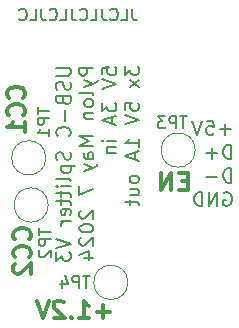
<source format=gbr>
%TF.GenerationSoftware,KiCad,Pcbnew,8.0.2*%
%TF.CreationDate,2024-05-15T22:33:18-04:00*%
%TF.ProjectId,USB-C-3-way-splitter,5553422d-432d-4332-9d77-61792d73706c,rev?*%
%TF.SameCoordinates,Original*%
%TF.FileFunction,Legend,Bot*%
%TF.FilePolarity,Positive*%
%FSLAX46Y46*%
G04 Gerber Fmt 4.6, Leading zero omitted, Abs format (unit mm)*
G04 Created by KiCad (PCBNEW 8.0.2) date 2024-05-15 22:33:18*
%MOMM*%
%LPD*%
G01*
G04 APERTURE LIST*
%ADD10C,0.150000*%
%ADD11C,0.300000*%
%ADD12C,0.200000*%
%ADD13C,0.120000*%
G04 APERTURE END LIST*
D10*
X24715601Y2911800D02*
X23801316Y2911800D01*
X24258458Y2454657D02*
X24258458Y3368942D01*
X22658459Y3654657D02*
X23229887Y3654657D01*
X23229887Y3654657D02*
X23287030Y3083228D01*
X23287030Y3083228D02*
X23229887Y3140371D01*
X23229887Y3140371D02*
X23115602Y3197514D01*
X23115602Y3197514D02*
X22829887Y3197514D01*
X22829887Y3197514D02*
X22715602Y3140371D01*
X22715602Y3140371D02*
X22658459Y3083228D01*
X22658459Y3083228D02*
X22601316Y2968942D01*
X22601316Y2968942D02*
X22601316Y2683228D01*
X22601316Y2683228D02*
X22658459Y2568942D01*
X22658459Y2568942D02*
X22715602Y2511800D01*
X22715602Y2511800D02*
X22829887Y2454657D01*
X22829887Y2454657D02*
X23115602Y2454657D01*
X23115602Y2454657D02*
X23229887Y2511800D01*
X23229887Y2511800D02*
X23287030Y2568942D01*
X22258459Y3654657D02*
X21858459Y2454657D01*
X21858459Y2454657D02*
X21458459Y3654657D01*
D11*
X21045489Y-1465114D02*
X20545489Y-1465114D01*
X20331203Y-2250828D02*
X21045489Y-2250828D01*
X21045489Y-2250828D02*
X21045489Y-750828D01*
X21045489Y-750828D02*
X20331203Y-750828D01*
X19688346Y-2250828D02*
X19688346Y-750828D01*
X19688346Y-750828D02*
X18831203Y-2250828D01*
X18831203Y-2250828D02*
X18831203Y-750828D01*
X7157971Y5588346D02*
X7229400Y5659774D01*
X7229400Y5659774D02*
X7300828Y5874060D01*
X7300828Y5874060D02*
X7300828Y6016917D01*
X7300828Y6016917D02*
X7229400Y6231203D01*
X7229400Y6231203D02*
X7086542Y6374060D01*
X7086542Y6374060D02*
X6943685Y6445489D01*
X6943685Y6445489D02*
X6657971Y6516917D01*
X6657971Y6516917D02*
X6443685Y6516917D01*
X6443685Y6516917D02*
X6157971Y6445489D01*
X6157971Y6445489D02*
X6015114Y6374060D01*
X6015114Y6374060D02*
X5872257Y6231203D01*
X5872257Y6231203D02*
X5800828Y6016917D01*
X5800828Y6016917D02*
X5800828Y5874060D01*
X5800828Y5874060D02*
X5872257Y5659774D01*
X5872257Y5659774D02*
X5943685Y5588346D01*
X7157971Y4088346D02*
X7229400Y4159774D01*
X7229400Y4159774D02*
X7300828Y4374060D01*
X7300828Y4374060D02*
X7300828Y4516917D01*
X7300828Y4516917D02*
X7229400Y4731203D01*
X7229400Y4731203D02*
X7086542Y4874060D01*
X7086542Y4874060D02*
X6943685Y4945489D01*
X6943685Y4945489D02*
X6657971Y5016917D01*
X6657971Y5016917D02*
X6443685Y5016917D01*
X6443685Y5016917D02*
X6157971Y4945489D01*
X6157971Y4945489D02*
X6015114Y4874060D01*
X6015114Y4874060D02*
X5872257Y4731203D01*
X5872257Y4731203D02*
X5800828Y4516917D01*
X5800828Y4516917D02*
X5800828Y4374060D01*
X5800828Y4374060D02*
X5872257Y4159774D01*
X5872257Y4159774D02*
X5943685Y4088346D01*
X7300828Y2659774D02*
X7300828Y3516917D01*
X7300828Y3088346D02*
X5800828Y3088346D01*
X5800828Y3088346D02*
X6015114Y3231203D01*
X6015114Y3231203D02*
X6157971Y3374060D01*
X6157971Y3374060D02*
X6229400Y3516917D01*
D10*
X16377506Y13130180D02*
X16377506Y12415895D01*
X16377506Y12415895D02*
X16425125Y12273038D01*
X16425125Y12273038D02*
X16520363Y12177800D01*
X16520363Y12177800D02*
X16663220Y12130180D01*
X16663220Y12130180D02*
X16758458Y12130180D01*
X15425125Y12130180D02*
X15901315Y12130180D01*
X15901315Y12130180D02*
X15901315Y13130180D01*
X14520363Y12225419D02*
X14567982Y12177800D01*
X14567982Y12177800D02*
X14710839Y12130180D01*
X14710839Y12130180D02*
X14806077Y12130180D01*
X14806077Y12130180D02*
X14948934Y12177800D01*
X14948934Y12177800D02*
X15044172Y12273038D01*
X15044172Y12273038D02*
X15091791Y12368276D01*
X15091791Y12368276D02*
X15139410Y12558752D01*
X15139410Y12558752D02*
X15139410Y12701609D01*
X15139410Y12701609D02*
X15091791Y12892085D01*
X15091791Y12892085D02*
X15044172Y12987323D01*
X15044172Y12987323D02*
X14948934Y13082561D01*
X14948934Y13082561D02*
X14806077Y13130180D01*
X14806077Y13130180D02*
X14710839Y13130180D01*
X14710839Y13130180D02*
X14567982Y13082561D01*
X14567982Y13082561D02*
X14520363Y13034942D01*
X13806077Y13130180D02*
X13806077Y12415895D01*
X13806077Y12415895D02*
X13853696Y12273038D01*
X13853696Y12273038D02*
X13948934Y12177800D01*
X13948934Y12177800D02*
X14091791Y12130180D01*
X14091791Y12130180D02*
X14187029Y12130180D01*
X12853696Y12130180D02*
X13329886Y12130180D01*
X13329886Y12130180D02*
X13329886Y13130180D01*
X11948934Y12225419D02*
X11996553Y12177800D01*
X11996553Y12177800D02*
X12139410Y12130180D01*
X12139410Y12130180D02*
X12234648Y12130180D01*
X12234648Y12130180D02*
X12377505Y12177800D01*
X12377505Y12177800D02*
X12472743Y12273038D01*
X12472743Y12273038D02*
X12520362Y12368276D01*
X12520362Y12368276D02*
X12567981Y12558752D01*
X12567981Y12558752D02*
X12567981Y12701609D01*
X12567981Y12701609D02*
X12520362Y12892085D01*
X12520362Y12892085D02*
X12472743Y12987323D01*
X12472743Y12987323D02*
X12377505Y13082561D01*
X12377505Y13082561D02*
X12234648Y13130180D01*
X12234648Y13130180D02*
X12139410Y13130180D01*
X12139410Y13130180D02*
X11996553Y13082561D01*
X11996553Y13082561D02*
X11948934Y13034942D01*
X11234648Y13130180D02*
X11234648Y12415895D01*
X11234648Y12415895D02*
X11282267Y12273038D01*
X11282267Y12273038D02*
X11377505Y12177800D01*
X11377505Y12177800D02*
X11520362Y12130180D01*
X11520362Y12130180D02*
X11615600Y12130180D01*
X10282267Y12130180D02*
X10758457Y12130180D01*
X10758457Y12130180D02*
X10758457Y13130180D01*
X9377505Y12225419D02*
X9425124Y12177800D01*
X9425124Y12177800D02*
X9567981Y12130180D01*
X9567981Y12130180D02*
X9663219Y12130180D01*
X9663219Y12130180D02*
X9806076Y12177800D01*
X9806076Y12177800D02*
X9901314Y12273038D01*
X9901314Y12273038D02*
X9948933Y12368276D01*
X9948933Y12368276D02*
X9996552Y12558752D01*
X9996552Y12558752D02*
X9996552Y12701609D01*
X9996552Y12701609D02*
X9948933Y12892085D01*
X9948933Y12892085D02*
X9901314Y12987323D01*
X9901314Y12987323D02*
X9806076Y13082561D01*
X9806076Y13082561D02*
X9663219Y13130180D01*
X9663219Y13130180D02*
X9567981Y13130180D01*
X9567981Y13130180D02*
X9425124Y13082561D01*
X9425124Y13082561D02*
X9377505Y13034942D01*
X8663219Y13130180D02*
X8663219Y12415895D01*
X8663219Y12415895D02*
X8710838Y12273038D01*
X8710838Y12273038D02*
X8806076Y12177800D01*
X8806076Y12177800D02*
X8948933Y12130180D01*
X8948933Y12130180D02*
X9044171Y12130180D01*
X7710838Y12130180D02*
X8187028Y12130180D01*
X8187028Y12130180D02*
X8187028Y13130180D01*
X6806076Y12225419D02*
X6853695Y12177800D01*
X6853695Y12177800D02*
X6996552Y12130180D01*
X6996552Y12130180D02*
X7091790Y12130180D01*
X7091790Y12130180D02*
X7234647Y12177800D01*
X7234647Y12177800D02*
X7329885Y12273038D01*
X7329885Y12273038D02*
X7377504Y12368276D01*
X7377504Y12368276D02*
X7425123Y12558752D01*
X7425123Y12558752D02*
X7425123Y12701609D01*
X7425123Y12701609D02*
X7377504Y12892085D01*
X7377504Y12892085D02*
X7329885Y12987323D01*
X7329885Y12987323D02*
X7234647Y13082561D01*
X7234647Y13082561D02*
X7091790Y13130180D01*
X7091790Y13130180D02*
X6996552Y13130180D01*
X6996552Y13130180D02*
X6853695Y13082561D01*
X6853695Y13082561D02*
X6806076Y13034942D01*
D12*
X9946943Y8132707D02*
X10918372Y8132707D01*
X10918372Y8132707D02*
X11032658Y8075564D01*
X11032658Y8075564D02*
X11089801Y8018422D01*
X11089801Y8018422D02*
X11146943Y7904136D01*
X11146943Y7904136D02*
X11146943Y7675564D01*
X11146943Y7675564D02*
X11089801Y7561279D01*
X11089801Y7561279D02*
X11032658Y7504136D01*
X11032658Y7504136D02*
X10918372Y7446993D01*
X10918372Y7446993D02*
X9946943Y7446993D01*
X11089801Y6932707D02*
X11146943Y6761279D01*
X11146943Y6761279D02*
X11146943Y6475564D01*
X11146943Y6475564D02*
X11089801Y6361279D01*
X11089801Y6361279D02*
X11032658Y6304136D01*
X11032658Y6304136D02*
X10918372Y6246993D01*
X10918372Y6246993D02*
X10804086Y6246993D01*
X10804086Y6246993D02*
X10689801Y6304136D01*
X10689801Y6304136D02*
X10632658Y6361279D01*
X10632658Y6361279D02*
X10575515Y6475564D01*
X10575515Y6475564D02*
X10518372Y6704136D01*
X10518372Y6704136D02*
X10461229Y6818421D01*
X10461229Y6818421D02*
X10404086Y6875564D01*
X10404086Y6875564D02*
X10289801Y6932707D01*
X10289801Y6932707D02*
X10175515Y6932707D01*
X10175515Y6932707D02*
X10061229Y6875564D01*
X10061229Y6875564D02*
X10004086Y6818421D01*
X10004086Y6818421D02*
X9946943Y6704136D01*
X9946943Y6704136D02*
X9946943Y6418421D01*
X9946943Y6418421D02*
X10004086Y6246993D01*
X10518372Y5332707D02*
X10575515Y5161279D01*
X10575515Y5161279D02*
X10632658Y5104136D01*
X10632658Y5104136D02*
X10746943Y5046993D01*
X10746943Y5046993D02*
X10918372Y5046993D01*
X10918372Y5046993D02*
X11032658Y5104136D01*
X11032658Y5104136D02*
X11089801Y5161279D01*
X11089801Y5161279D02*
X11146943Y5275564D01*
X11146943Y5275564D02*
X11146943Y5732707D01*
X11146943Y5732707D02*
X9946943Y5732707D01*
X9946943Y5732707D02*
X9946943Y5332707D01*
X9946943Y5332707D02*
X10004086Y5218422D01*
X10004086Y5218422D02*
X10061229Y5161279D01*
X10061229Y5161279D02*
X10175515Y5104136D01*
X10175515Y5104136D02*
X10289801Y5104136D01*
X10289801Y5104136D02*
X10404086Y5161279D01*
X10404086Y5161279D02*
X10461229Y5218422D01*
X10461229Y5218422D02*
X10518372Y5332707D01*
X10518372Y5332707D02*
X10518372Y5732707D01*
X10689801Y4532707D02*
X10689801Y3618422D01*
X11032658Y2361279D02*
X11089801Y2418422D01*
X11089801Y2418422D02*
X11146943Y2589850D01*
X11146943Y2589850D02*
X11146943Y2704136D01*
X11146943Y2704136D02*
X11089801Y2875565D01*
X11089801Y2875565D02*
X10975515Y2989850D01*
X10975515Y2989850D02*
X10861229Y3046993D01*
X10861229Y3046993D02*
X10632658Y3104136D01*
X10632658Y3104136D02*
X10461229Y3104136D01*
X10461229Y3104136D02*
X10232658Y3046993D01*
X10232658Y3046993D02*
X10118372Y2989850D01*
X10118372Y2989850D02*
X10004086Y2875565D01*
X10004086Y2875565D02*
X9946943Y2704136D01*
X9946943Y2704136D02*
X9946943Y2589850D01*
X9946943Y2589850D02*
X10004086Y2418422D01*
X10004086Y2418422D02*
X10061229Y2361279D01*
X11089801Y989850D02*
X11146943Y818422D01*
X11146943Y818422D02*
X11146943Y532707D01*
X11146943Y532707D02*
X11089801Y418422D01*
X11089801Y418422D02*
X11032658Y361279D01*
X11032658Y361279D02*
X10918372Y304136D01*
X10918372Y304136D02*
X10804086Y304136D01*
X10804086Y304136D02*
X10689801Y361279D01*
X10689801Y361279D02*
X10632658Y418422D01*
X10632658Y418422D02*
X10575515Y532707D01*
X10575515Y532707D02*
X10518372Y761279D01*
X10518372Y761279D02*
X10461229Y875564D01*
X10461229Y875564D02*
X10404086Y932707D01*
X10404086Y932707D02*
X10289801Y989850D01*
X10289801Y989850D02*
X10175515Y989850D01*
X10175515Y989850D02*
X10061229Y932707D01*
X10061229Y932707D02*
X10004086Y875564D01*
X10004086Y875564D02*
X9946943Y761279D01*
X9946943Y761279D02*
X9946943Y475564D01*
X9946943Y475564D02*
X10004086Y304136D01*
X10346943Y-210149D02*
X11546943Y-210149D01*
X10404086Y-210149D02*
X10346943Y-324435D01*
X10346943Y-324435D02*
X10346943Y-553006D01*
X10346943Y-553006D02*
X10404086Y-667292D01*
X10404086Y-667292D02*
X10461229Y-724435D01*
X10461229Y-724435D02*
X10575515Y-781577D01*
X10575515Y-781577D02*
X10918372Y-781577D01*
X10918372Y-781577D02*
X11032658Y-724435D01*
X11032658Y-724435D02*
X11089801Y-667292D01*
X11089801Y-667292D02*
X11146943Y-553006D01*
X11146943Y-553006D02*
X11146943Y-324435D01*
X11146943Y-324435D02*
X11089801Y-210149D01*
X11146943Y-1467291D02*
X11089801Y-1353006D01*
X11089801Y-1353006D02*
X10975515Y-1295863D01*
X10975515Y-1295863D02*
X9946943Y-1295863D01*
X11146943Y-1924434D02*
X10346943Y-1924434D01*
X9946943Y-1924434D02*
X10004086Y-1867291D01*
X10004086Y-1867291D02*
X10061229Y-1924434D01*
X10061229Y-1924434D02*
X10004086Y-1981577D01*
X10004086Y-1981577D02*
X9946943Y-1924434D01*
X9946943Y-1924434D02*
X10061229Y-1924434D01*
X10346943Y-2324434D02*
X10346943Y-2781577D01*
X9946943Y-2495863D02*
X10975515Y-2495863D01*
X10975515Y-2495863D02*
X11089801Y-2553006D01*
X11089801Y-2553006D02*
X11146943Y-2667291D01*
X11146943Y-2667291D02*
X11146943Y-2781577D01*
X10346943Y-3010148D02*
X10346943Y-3467291D01*
X9946943Y-3181577D02*
X10975515Y-3181577D01*
X10975515Y-3181577D02*
X11089801Y-3238720D01*
X11089801Y-3238720D02*
X11146943Y-3353005D01*
X11146943Y-3353005D02*
X11146943Y-3467291D01*
X11089801Y-4324434D02*
X11146943Y-4210148D01*
X11146943Y-4210148D02*
X11146943Y-3981577D01*
X11146943Y-3981577D02*
X11089801Y-3867291D01*
X11089801Y-3867291D02*
X10975515Y-3810148D01*
X10975515Y-3810148D02*
X10518372Y-3810148D01*
X10518372Y-3810148D02*
X10404086Y-3867291D01*
X10404086Y-3867291D02*
X10346943Y-3981577D01*
X10346943Y-3981577D02*
X10346943Y-4210148D01*
X10346943Y-4210148D02*
X10404086Y-4324434D01*
X10404086Y-4324434D02*
X10518372Y-4381577D01*
X10518372Y-4381577D02*
X10632658Y-4381577D01*
X10632658Y-4381577D02*
X10746943Y-3810148D01*
X11146943Y-4895862D02*
X10346943Y-4895862D01*
X10575515Y-4895862D02*
X10461229Y-4953005D01*
X10461229Y-4953005D02*
X10404086Y-5010148D01*
X10404086Y-5010148D02*
X10346943Y-5124433D01*
X10346943Y-5124433D02*
X10346943Y-5238719D01*
X9946943Y-6381576D02*
X11146943Y-6781576D01*
X11146943Y-6781576D02*
X9946943Y-7181576D01*
X9946943Y-7467290D02*
X9946943Y-8210147D01*
X9946943Y-8210147D02*
X10404086Y-7810147D01*
X10404086Y-7810147D02*
X10404086Y-7981576D01*
X10404086Y-7981576D02*
X10461229Y-8095862D01*
X10461229Y-8095862D02*
X10518372Y-8153004D01*
X10518372Y-8153004D02*
X10632658Y-8210147D01*
X10632658Y-8210147D02*
X10918372Y-8210147D01*
X10918372Y-8210147D02*
X11032658Y-8153004D01*
X11032658Y-8153004D02*
X11089801Y-8095862D01*
X11089801Y-8095862D02*
X11146943Y-7981576D01*
X11146943Y-7981576D02*
X11146943Y-7638719D01*
X11146943Y-7638719D02*
X11089801Y-7524433D01*
X11089801Y-7524433D02*
X11032658Y-7467290D01*
X13078876Y8132707D02*
X11878876Y8132707D01*
X11878876Y8132707D02*
X11878876Y7675564D01*
X11878876Y7675564D02*
X11936019Y7561279D01*
X11936019Y7561279D02*
X11993162Y7504136D01*
X11993162Y7504136D02*
X12107448Y7446993D01*
X12107448Y7446993D02*
X12278876Y7446993D01*
X12278876Y7446993D02*
X12393162Y7504136D01*
X12393162Y7504136D02*
X12450305Y7561279D01*
X12450305Y7561279D02*
X12507448Y7675564D01*
X12507448Y7675564D02*
X12507448Y8132707D01*
X12278876Y7046993D02*
X13078876Y6761279D01*
X12278876Y6475564D02*
X13078876Y6761279D01*
X13078876Y6761279D02*
X13364591Y6875564D01*
X13364591Y6875564D02*
X13421734Y6932707D01*
X13421734Y6932707D02*
X13478876Y7046993D01*
X13078876Y5846993D02*
X13021734Y5961278D01*
X13021734Y5961278D02*
X12907448Y6018421D01*
X12907448Y6018421D02*
X11878876Y6018421D01*
X13078876Y5218422D02*
X13021734Y5332707D01*
X13021734Y5332707D02*
X12964591Y5389850D01*
X12964591Y5389850D02*
X12850305Y5446993D01*
X12850305Y5446993D02*
X12507448Y5446993D01*
X12507448Y5446993D02*
X12393162Y5389850D01*
X12393162Y5389850D02*
X12336019Y5332707D01*
X12336019Y5332707D02*
X12278876Y5218422D01*
X12278876Y5218422D02*
X12278876Y5046993D01*
X12278876Y5046993D02*
X12336019Y4932707D01*
X12336019Y4932707D02*
X12393162Y4875565D01*
X12393162Y4875565D02*
X12507448Y4818422D01*
X12507448Y4818422D02*
X12850305Y4818422D01*
X12850305Y4818422D02*
X12964591Y4875565D01*
X12964591Y4875565D02*
X13021734Y4932707D01*
X13021734Y4932707D02*
X13078876Y5046993D01*
X13078876Y5046993D02*
X13078876Y5218422D01*
X12278876Y4304136D02*
X13078876Y4304136D01*
X12393162Y4304136D02*
X12336019Y4246993D01*
X12336019Y4246993D02*
X12278876Y4132708D01*
X12278876Y4132708D02*
X12278876Y3961279D01*
X12278876Y3961279D02*
X12336019Y3846993D01*
X12336019Y3846993D02*
X12450305Y3789851D01*
X12450305Y3789851D02*
X13078876Y3789851D01*
X13078876Y2304136D02*
X11878876Y2304136D01*
X11878876Y2304136D02*
X12736019Y1904136D01*
X12736019Y1904136D02*
X11878876Y1504136D01*
X11878876Y1504136D02*
X13078876Y1504136D01*
X13078876Y418422D02*
X12450305Y418422D01*
X12450305Y418422D02*
X12336019Y475564D01*
X12336019Y475564D02*
X12278876Y589850D01*
X12278876Y589850D02*
X12278876Y818422D01*
X12278876Y818422D02*
X12336019Y932707D01*
X13021734Y418422D02*
X13078876Y532707D01*
X13078876Y532707D02*
X13078876Y818422D01*
X13078876Y818422D02*
X13021734Y932707D01*
X13021734Y932707D02*
X12907448Y989850D01*
X12907448Y989850D02*
X12793162Y989850D01*
X12793162Y989850D02*
X12678876Y932707D01*
X12678876Y932707D02*
X12621734Y818422D01*
X12621734Y818422D02*
X12621734Y532707D01*
X12621734Y532707D02*
X12564591Y418422D01*
X12278876Y-38720D02*
X13078876Y-324434D01*
X12278876Y-610149D02*
X13078876Y-324434D01*
X13078876Y-324434D02*
X13364591Y-210149D01*
X13364591Y-210149D02*
X13421734Y-153006D01*
X13421734Y-153006D02*
X13478876Y-38720D01*
X11878876Y-1867292D02*
X11878876Y-2667292D01*
X11878876Y-2667292D02*
X13078876Y-2153006D01*
X11993162Y-3981578D02*
X11936019Y-4038721D01*
X11936019Y-4038721D02*
X11878876Y-4153007D01*
X11878876Y-4153007D02*
X11878876Y-4438721D01*
X11878876Y-4438721D02*
X11936019Y-4553007D01*
X11936019Y-4553007D02*
X11993162Y-4610149D01*
X11993162Y-4610149D02*
X12107448Y-4667292D01*
X12107448Y-4667292D02*
X12221734Y-4667292D01*
X12221734Y-4667292D02*
X12393162Y-4610149D01*
X12393162Y-4610149D02*
X13078876Y-3924435D01*
X13078876Y-3924435D02*
X13078876Y-4667292D01*
X11878876Y-5410149D02*
X11878876Y-5524435D01*
X11878876Y-5524435D02*
X11936019Y-5638721D01*
X11936019Y-5638721D02*
X11993162Y-5695864D01*
X11993162Y-5695864D02*
X12107448Y-5753006D01*
X12107448Y-5753006D02*
X12336019Y-5810149D01*
X12336019Y-5810149D02*
X12621734Y-5810149D01*
X12621734Y-5810149D02*
X12850305Y-5753006D01*
X12850305Y-5753006D02*
X12964591Y-5695864D01*
X12964591Y-5695864D02*
X13021734Y-5638721D01*
X13021734Y-5638721D02*
X13078876Y-5524435D01*
X13078876Y-5524435D02*
X13078876Y-5410149D01*
X13078876Y-5410149D02*
X13021734Y-5295864D01*
X13021734Y-5295864D02*
X12964591Y-5238721D01*
X12964591Y-5238721D02*
X12850305Y-5181578D01*
X12850305Y-5181578D02*
X12621734Y-5124435D01*
X12621734Y-5124435D02*
X12336019Y-5124435D01*
X12336019Y-5124435D02*
X12107448Y-5181578D01*
X12107448Y-5181578D02*
X11993162Y-5238721D01*
X11993162Y-5238721D02*
X11936019Y-5295864D01*
X11936019Y-5295864D02*
X11878876Y-5410149D01*
X11993162Y-6267292D02*
X11936019Y-6324435D01*
X11936019Y-6324435D02*
X11878876Y-6438721D01*
X11878876Y-6438721D02*
X11878876Y-6724435D01*
X11878876Y-6724435D02*
X11936019Y-6838721D01*
X11936019Y-6838721D02*
X11993162Y-6895863D01*
X11993162Y-6895863D02*
X12107448Y-6953006D01*
X12107448Y-6953006D02*
X12221734Y-6953006D01*
X12221734Y-6953006D02*
X12393162Y-6895863D01*
X12393162Y-6895863D02*
X13078876Y-6210149D01*
X13078876Y-6210149D02*
X13078876Y-6953006D01*
X12278876Y-7981578D02*
X13078876Y-7981578D01*
X11821734Y-7695863D02*
X12678876Y-7410149D01*
X12678876Y-7410149D02*
X12678876Y-8153006D01*
X13810809Y7561279D02*
X13810809Y8132707D01*
X13810809Y8132707D02*
X14382238Y8189850D01*
X14382238Y8189850D02*
X14325095Y8132707D01*
X14325095Y8132707D02*
X14267952Y8018422D01*
X14267952Y8018422D02*
X14267952Y7732707D01*
X14267952Y7732707D02*
X14325095Y7618422D01*
X14325095Y7618422D02*
X14382238Y7561279D01*
X14382238Y7561279D02*
X14496524Y7504136D01*
X14496524Y7504136D02*
X14782238Y7504136D01*
X14782238Y7504136D02*
X14896524Y7561279D01*
X14896524Y7561279D02*
X14953667Y7618422D01*
X14953667Y7618422D02*
X15010809Y7732707D01*
X15010809Y7732707D02*
X15010809Y8018422D01*
X15010809Y8018422D02*
X14953667Y8132707D01*
X14953667Y8132707D02*
X14896524Y8189850D01*
X13810809Y7161279D02*
X15010809Y6761279D01*
X15010809Y6761279D02*
X13810809Y6361279D01*
X13810809Y5161279D02*
X13810809Y4418422D01*
X13810809Y4418422D02*
X14267952Y4818422D01*
X14267952Y4818422D02*
X14267952Y4646993D01*
X14267952Y4646993D02*
X14325095Y4532708D01*
X14325095Y4532708D02*
X14382238Y4475565D01*
X14382238Y4475565D02*
X14496524Y4418422D01*
X14496524Y4418422D02*
X14782238Y4418422D01*
X14782238Y4418422D02*
X14896524Y4475565D01*
X14896524Y4475565D02*
X14953667Y4532708D01*
X14953667Y4532708D02*
X15010809Y4646993D01*
X15010809Y4646993D02*
X15010809Y4989850D01*
X15010809Y4989850D02*
X14953667Y5104136D01*
X14953667Y5104136D02*
X14896524Y5161279D01*
X14667952Y3961279D02*
X14667952Y3389851D01*
X15010809Y4075565D02*
X13810809Y3675565D01*
X13810809Y3675565D02*
X15010809Y3275565D01*
X15010809Y1961279D02*
X14210809Y1961279D01*
X13810809Y1961279D02*
X13867952Y2018422D01*
X13867952Y2018422D02*
X13925095Y1961279D01*
X13925095Y1961279D02*
X13867952Y1904136D01*
X13867952Y1904136D02*
X13810809Y1961279D01*
X13810809Y1961279D02*
X13925095Y1961279D01*
X14210809Y1389850D02*
X15010809Y1389850D01*
X14325095Y1389850D02*
X14267952Y1332707D01*
X14267952Y1332707D02*
X14210809Y1218422D01*
X14210809Y1218422D02*
X14210809Y1046993D01*
X14210809Y1046993D02*
X14267952Y932707D01*
X14267952Y932707D02*
X14382238Y875565D01*
X14382238Y875565D02*
X15010809Y875565D01*
X15742742Y8246993D02*
X15742742Y7504136D01*
X15742742Y7504136D02*
X16199885Y7904136D01*
X16199885Y7904136D02*
X16199885Y7732707D01*
X16199885Y7732707D02*
X16257028Y7618422D01*
X16257028Y7618422D02*
X16314171Y7561279D01*
X16314171Y7561279D02*
X16428457Y7504136D01*
X16428457Y7504136D02*
X16714171Y7504136D01*
X16714171Y7504136D02*
X16828457Y7561279D01*
X16828457Y7561279D02*
X16885600Y7618422D01*
X16885600Y7618422D02*
X16942742Y7732707D01*
X16942742Y7732707D02*
X16942742Y8075564D01*
X16942742Y8075564D02*
X16885600Y8189850D01*
X16885600Y8189850D02*
X16828457Y8246993D01*
X16942742Y7104136D02*
X16142742Y6475565D01*
X16142742Y7104136D02*
X16942742Y6475565D01*
X15742742Y4532707D02*
X15742742Y5104135D01*
X15742742Y5104135D02*
X16314171Y5161278D01*
X16314171Y5161278D02*
X16257028Y5104135D01*
X16257028Y5104135D02*
X16199885Y4989850D01*
X16199885Y4989850D02*
X16199885Y4704135D01*
X16199885Y4704135D02*
X16257028Y4589850D01*
X16257028Y4589850D02*
X16314171Y4532707D01*
X16314171Y4532707D02*
X16428457Y4475564D01*
X16428457Y4475564D02*
X16714171Y4475564D01*
X16714171Y4475564D02*
X16828457Y4532707D01*
X16828457Y4532707D02*
X16885600Y4589850D01*
X16885600Y4589850D02*
X16942742Y4704135D01*
X16942742Y4704135D02*
X16942742Y4989850D01*
X16942742Y4989850D02*
X16885600Y5104135D01*
X16885600Y5104135D02*
X16828457Y5161278D01*
X15742742Y4132707D02*
X16942742Y3732707D01*
X16942742Y3732707D02*
X15742742Y3332707D01*
X16942742Y1389850D02*
X16942742Y2075564D01*
X16942742Y1732707D02*
X15742742Y1732707D01*
X15742742Y1732707D02*
X15914171Y1846993D01*
X15914171Y1846993D02*
X16028457Y1961278D01*
X16028457Y1961278D02*
X16085600Y2075564D01*
X16599885Y932707D02*
X16599885Y361279D01*
X16942742Y1046993D02*
X15742742Y646993D01*
X15742742Y646993D02*
X16942742Y246993D01*
X16942742Y-1238720D02*
X16885600Y-1124435D01*
X16885600Y-1124435D02*
X16828457Y-1067292D01*
X16828457Y-1067292D02*
X16714171Y-1010149D01*
X16714171Y-1010149D02*
X16371314Y-1010149D01*
X16371314Y-1010149D02*
X16257028Y-1067292D01*
X16257028Y-1067292D02*
X16199885Y-1124435D01*
X16199885Y-1124435D02*
X16142742Y-1238720D01*
X16142742Y-1238720D02*
X16142742Y-1410149D01*
X16142742Y-1410149D02*
X16199885Y-1524435D01*
X16199885Y-1524435D02*
X16257028Y-1581578D01*
X16257028Y-1581578D02*
X16371314Y-1638720D01*
X16371314Y-1638720D02*
X16714171Y-1638720D01*
X16714171Y-1638720D02*
X16828457Y-1581578D01*
X16828457Y-1581578D02*
X16885600Y-1524435D01*
X16885600Y-1524435D02*
X16942742Y-1410149D01*
X16942742Y-1410149D02*
X16942742Y-1238720D01*
X16142742Y-2667292D02*
X16942742Y-2667292D01*
X16142742Y-2153006D02*
X16771314Y-2153006D01*
X16771314Y-2153006D02*
X16885600Y-2210149D01*
X16885600Y-2210149D02*
X16942742Y-2324434D01*
X16942742Y-2324434D02*
X16942742Y-2495863D01*
X16942742Y-2495863D02*
X16885600Y-2610149D01*
X16885600Y-2610149D02*
X16828457Y-2667292D01*
X16142742Y-3067291D02*
X16142742Y-3524434D01*
X15742742Y-3238720D02*
X16771314Y-3238720D01*
X16771314Y-3238720D02*
X16885600Y-3295863D01*
X16885600Y-3295863D02*
X16942742Y-3410148D01*
X16942742Y-3410148D02*
X16942742Y-3524434D01*
D11*
X7657971Y-6411653D02*
X7729400Y-6340225D01*
X7729400Y-6340225D02*
X7800828Y-6125939D01*
X7800828Y-6125939D02*
X7800828Y-5983082D01*
X7800828Y-5983082D02*
X7729400Y-5768796D01*
X7729400Y-5768796D02*
X7586542Y-5625939D01*
X7586542Y-5625939D02*
X7443685Y-5554510D01*
X7443685Y-5554510D02*
X7157971Y-5483082D01*
X7157971Y-5483082D02*
X6943685Y-5483082D01*
X6943685Y-5483082D02*
X6657971Y-5554510D01*
X6657971Y-5554510D02*
X6515114Y-5625939D01*
X6515114Y-5625939D02*
X6372257Y-5768796D01*
X6372257Y-5768796D02*
X6300828Y-5983082D01*
X6300828Y-5983082D02*
X6300828Y-6125939D01*
X6300828Y-6125939D02*
X6372257Y-6340225D01*
X6372257Y-6340225D02*
X6443685Y-6411653D01*
X7657971Y-7911653D02*
X7729400Y-7840225D01*
X7729400Y-7840225D02*
X7800828Y-7625939D01*
X7800828Y-7625939D02*
X7800828Y-7483082D01*
X7800828Y-7483082D02*
X7729400Y-7268796D01*
X7729400Y-7268796D02*
X7586542Y-7125939D01*
X7586542Y-7125939D02*
X7443685Y-7054510D01*
X7443685Y-7054510D02*
X7157971Y-6983082D01*
X7157971Y-6983082D02*
X6943685Y-6983082D01*
X6943685Y-6983082D02*
X6657971Y-7054510D01*
X6657971Y-7054510D02*
X6515114Y-7125939D01*
X6515114Y-7125939D02*
X6372257Y-7268796D01*
X6372257Y-7268796D02*
X6300828Y-7483082D01*
X6300828Y-7483082D02*
X6300828Y-7625939D01*
X6300828Y-7625939D02*
X6372257Y-7840225D01*
X6372257Y-7840225D02*
X6443685Y-7911653D01*
X6443685Y-8483082D02*
X6372257Y-8554510D01*
X6372257Y-8554510D02*
X6300828Y-8697368D01*
X6300828Y-8697368D02*
X6300828Y-9054510D01*
X6300828Y-9054510D02*
X6372257Y-9197368D01*
X6372257Y-9197368D02*
X6443685Y-9268796D01*
X6443685Y-9268796D02*
X6586542Y-9340225D01*
X6586542Y-9340225D02*
X6729400Y-9340225D01*
X6729400Y-9340225D02*
X6943685Y-9268796D01*
X6943685Y-9268796D02*
X7800828Y-8411653D01*
X7800828Y-8411653D02*
X7800828Y-9340225D01*
X14495489Y-12529400D02*
X13352632Y-12529400D01*
X13924060Y-13100828D02*
X13924060Y-11957971D01*
X11852631Y-13100828D02*
X12709774Y-13100828D01*
X12281203Y-13100828D02*
X12281203Y-11600828D01*
X12281203Y-11600828D02*
X12424060Y-11815114D01*
X12424060Y-11815114D02*
X12566917Y-11957971D01*
X12566917Y-11957971D02*
X12709774Y-12029400D01*
X11209775Y-12957971D02*
X11138346Y-13029400D01*
X11138346Y-13029400D02*
X11209775Y-13100828D01*
X11209775Y-13100828D02*
X11281203Y-13029400D01*
X11281203Y-13029400D02*
X11209775Y-12957971D01*
X11209775Y-12957971D02*
X11209775Y-13100828D01*
X10566917Y-11743685D02*
X10495489Y-11672257D01*
X10495489Y-11672257D02*
X10352632Y-11600828D01*
X10352632Y-11600828D02*
X9995489Y-11600828D01*
X9995489Y-11600828D02*
X9852632Y-11672257D01*
X9852632Y-11672257D02*
X9781203Y-11743685D01*
X9781203Y-11743685D02*
X9709774Y-11886542D01*
X9709774Y-11886542D02*
X9709774Y-12029400D01*
X9709774Y-12029400D02*
X9781203Y-12243685D01*
X9781203Y-12243685D02*
X10638346Y-13100828D01*
X10638346Y-13100828D02*
X9709774Y-13100828D01*
X9281203Y-11600828D02*
X8781203Y-13100828D01*
X8781203Y-13100828D02*
X8281203Y-11600828D01*
D10*
X24765601Y404657D02*
X24765601Y1604657D01*
X24765601Y1604657D02*
X24479887Y1604657D01*
X24479887Y1604657D02*
X24308458Y1547514D01*
X24308458Y1547514D02*
X24194173Y1433228D01*
X24194173Y1433228D02*
X24137030Y1318942D01*
X24137030Y1318942D02*
X24079887Y1090371D01*
X24079887Y1090371D02*
X24079887Y918942D01*
X24079887Y918942D02*
X24137030Y690371D01*
X24137030Y690371D02*
X24194173Y576085D01*
X24194173Y576085D02*
X24308458Y461800D01*
X24308458Y461800D02*
X24479887Y404657D01*
X24479887Y404657D02*
X24765601Y404657D01*
X23565601Y861800D02*
X22651316Y861800D01*
X23108458Y404657D02*
X23108458Y1318942D01*
X24765601Y-1595342D02*
X24765601Y-395342D01*
X24765601Y-395342D02*
X24479887Y-395342D01*
X24479887Y-395342D02*
X24308458Y-452485D01*
X24308458Y-452485D02*
X24194173Y-566771D01*
X24194173Y-566771D02*
X24137030Y-681057D01*
X24137030Y-681057D02*
X24079887Y-909628D01*
X24079887Y-909628D02*
X24079887Y-1081057D01*
X24079887Y-1081057D02*
X24137030Y-1309628D01*
X24137030Y-1309628D02*
X24194173Y-1423914D01*
X24194173Y-1423914D02*
X24308458Y-1538200D01*
X24308458Y-1538200D02*
X24479887Y-1595342D01*
X24479887Y-1595342D02*
X24765601Y-1595342D01*
X23565601Y-1138200D02*
X22651316Y-1138200D01*
X24137030Y-2452485D02*
X24251316Y-2395342D01*
X24251316Y-2395342D02*
X24422744Y-2395342D01*
X24422744Y-2395342D02*
X24594173Y-2452485D01*
X24594173Y-2452485D02*
X24708458Y-2566771D01*
X24708458Y-2566771D02*
X24765601Y-2681057D01*
X24765601Y-2681057D02*
X24822744Y-2909628D01*
X24822744Y-2909628D02*
X24822744Y-3081057D01*
X24822744Y-3081057D02*
X24765601Y-3309628D01*
X24765601Y-3309628D02*
X24708458Y-3423914D01*
X24708458Y-3423914D02*
X24594173Y-3538200D01*
X24594173Y-3538200D02*
X24422744Y-3595342D01*
X24422744Y-3595342D02*
X24308458Y-3595342D01*
X24308458Y-3595342D02*
X24137030Y-3538200D01*
X24137030Y-3538200D02*
X24079887Y-3481057D01*
X24079887Y-3481057D02*
X24079887Y-3081057D01*
X24079887Y-3081057D02*
X24308458Y-3081057D01*
X23565601Y-3595342D02*
X23565601Y-2395342D01*
X23565601Y-2395342D02*
X22879887Y-3595342D01*
X22879887Y-3595342D02*
X22879887Y-2395342D01*
X22308458Y-3595342D02*
X22308458Y-2395342D01*
X22308458Y-2395342D02*
X22022744Y-2395342D01*
X22022744Y-2395342D02*
X21851315Y-2452485D01*
X21851315Y-2452485D02*
X21737030Y-2566771D01*
X21737030Y-2566771D02*
X21679887Y-2681057D01*
X21679887Y-2681057D02*
X21622744Y-2909628D01*
X21622744Y-2909628D02*
X21622744Y-3081057D01*
X21622744Y-3081057D02*
X21679887Y-3309628D01*
X21679887Y-3309628D02*
X21737030Y-3423914D01*
X21737030Y-3423914D02*
X21851315Y-3538200D01*
X21851315Y-3538200D02*
X22022744Y-3595342D01*
X22022744Y-3595342D02*
X22308458Y-3595342D01*
X12761904Y-9504819D02*
X12190476Y-9504819D01*
X12476190Y-10504819D02*
X12476190Y-9504819D01*
X11857142Y-10504819D02*
X11857142Y-9504819D01*
X11857142Y-9504819D02*
X11476190Y-9504819D01*
X11476190Y-9504819D02*
X11380952Y-9552438D01*
X11380952Y-9552438D02*
X11333333Y-9600057D01*
X11333333Y-9600057D02*
X11285714Y-9695295D01*
X11285714Y-9695295D02*
X11285714Y-9838152D01*
X11285714Y-9838152D02*
X11333333Y-9933390D01*
X11333333Y-9933390D02*
X11380952Y-9981009D01*
X11380952Y-9981009D02*
X11476190Y-10028628D01*
X11476190Y-10028628D02*
X11857142Y-10028628D01*
X10428571Y-9838152D02*
X10428571Y-10504819D01*
X10666666Y-9457200D02*
X10904761Y-10171485D01*
X10904761Y-10171485D02*
X10285714Y-10171485D01*
X8454819Y-5488095D02*
X8454819Y-6059523D01*
X9454819Y-5773809D02*
X8454819Y-5773809D01*
X9454819Y-6392857D02*
X8454819Y-6392857D01*
X8454819Y-6392857D02*
X8454819Y-6773809D01*
X8454819Y-6773809D02*
X8502438Y-6869047D01*
X8502438Y-6869047D02*
X8550057Y-6916666D01*
X8550057Y-6916666D02*
X8645295Y-6964285D01*
X8645295Y-6964285D02*
X8788152Y-6964285D01*
X8788152Y-6964285D02*
X8883390Y-6916666D01*
X8883390Y-6916666D02*
X8931009Y-6869047D01*
X8931009Y-6869047D02*
X8978628Y-6773809D01*
X8978628Y-6773809D02*
X8978628Y-6392857D01*
X8550057Y-7345238D02*
X8502438Y-7392857D01*
X8502438Y-7392857D02*
X8454819Y-7488095D01*
X8454819Y-7488095D02*
X8454819Y-7726190D01*
X8454819Y-7726190D02*
X8502438Y-7821428D01*
X8502438Y-7821428D02*
X8550057Y-7869047D01*
X8550057Y-7869047D02*
X8645295Y-7916666D01*
X8645295Y-7916666D02*
X8740533Y-7916666D01*
X8740533Y-7916666D02*
X8883390Y-7869047D01*
X8883390Y-7869047D02*
X9454819Y-7297619D01*
X9454819Y-7297619D02*
X9454819Y-7916666D01*
X20961904Y3995180D02*
X20390476Y3995180D01*
X20676190Y2995180D02*
X20676190Y3995180D01*
X20057142Y2995180D02*
X20057142Y3995180D01*
X20057142Y3995180D02*
X19676190Y3995180D01*
X19676190Y3995180D02*
X19580952Y3947561D01*
X19580952Y3947561D02*
X19533333Y3899942D01*
X19533333Y3899942D02*
X19485714Y3804704D01*
X19485714Y3804704D02*
X19485714Y3661847D01*
X19485714Y3661847D02*
X19533333Y3566609D01*
X19533333Y3566609D02*
X19580952Y3518990D01*
X19580952Y3518990D02*
X19676190Y3471371D01*
X19676190Y3471371D02*
X20057142Y3471371D01*
X19152380Y3995180D02*
X18533333Y3995180D01*
X18533333Y3995180D02*
X18866666Y3614228D01*
X18866666Y3614228D02*
X18723809Y3614228D01*
X18723809Y3614228D02*
X18628571Y3566609D01*
X18628571Y3566609D02*
X18580952Y3518990D01*
X18580952Y3518990D02*
X18533333Y3423752D01*
X18533333Y3423752D02*
X18533333Y3185657D01*
X18533333Y3185657D02*
X18580952Y3090419D01*
X18580952Y3090419D02*
X18628571Y3042800D01*
X18628571Y3042800D02*
X18723809Y2995180D01*
X18723809Y2995180D02*
X19009523Y2995180D01*
X19009523Y2995180D02*
X19104761Y3042800D01*
X19104761Y3042800D02*
X19152380Y3090419D01*
X8354819Y4761904D02*
X8354819Y4190476D01*
X9354819Y4476190D02*
X8354819Y4476190D01*
X9354819Y3857142D02*
X8354819Y3857142D01*
X8354819Y3857142D02*
X8354819Y3476190D01*
X8354819Y3476190D02*
X8402438Y3380952D01*
X8402438Y3380952D02*
X8450057Y3333333D01*
X8450057Y3333333D02*
X8545295Y3285714D01*
X8545295Y3285714D02*
X8688152Y3285714D01*
X8688152Y3285714D02*
X8783390Y3333333D01*
X8783390Y3333333D02*
X8831009Y3380952D01*
X8831009Y3380952D02*
X8878628Y3476190D01*
X8878628Y3476190D02*
X8878628Y3857142D01*
X9354819Y2333333D02*
X9354819Y2904761D01*
X9354819Y2619047D02*
X8354819Y2619047D01*
X8354819Y2619047D02*
X8497676Y2714285D01*
X8497676Y2714285D02*
X8592914Y2809523D01*
X8592914Y2809523D02*
X8640533Y2904761D01*
D13*
%TO.C,TP4*%
X16000000Y-10050000D02*
G75*
G02*
X13100000Y-10050000I-1450000J0D01*
G01*
X13100000Y-10050000D02*
G75*
G02*
X16000000Y-10050000I1450000J0D01*
G01*
%TO.C,TP2*%
X9250000Y-3500000D02*
G75*
G02*
X6350000Y-3500000I-1450000J0D01*
G01*
X6350000Y-3500000D02*
G75*
G02*
X9250000Y-3500000I1450000J0D01*
G01*
%TO.C,TP3*%
X21700000Y1150000D02*
G75*
G02*
X18800000Y1150000I-1450000J0D01*
G01*
X18800000Y1150000D02*
G75*
G02*
X21700000Y1150000I1450000J0D01*
G01*
%TO.C,TP1*%
X9050000Y500000D02*
G75*
G02*
X6150000Y500000I-1450000J0D01*
G01*
X6150000Y500000D02*
G75*
G02*
X9050000Y500000I1450000J0D01*
G01*
%TD*%
M02*

</source>
